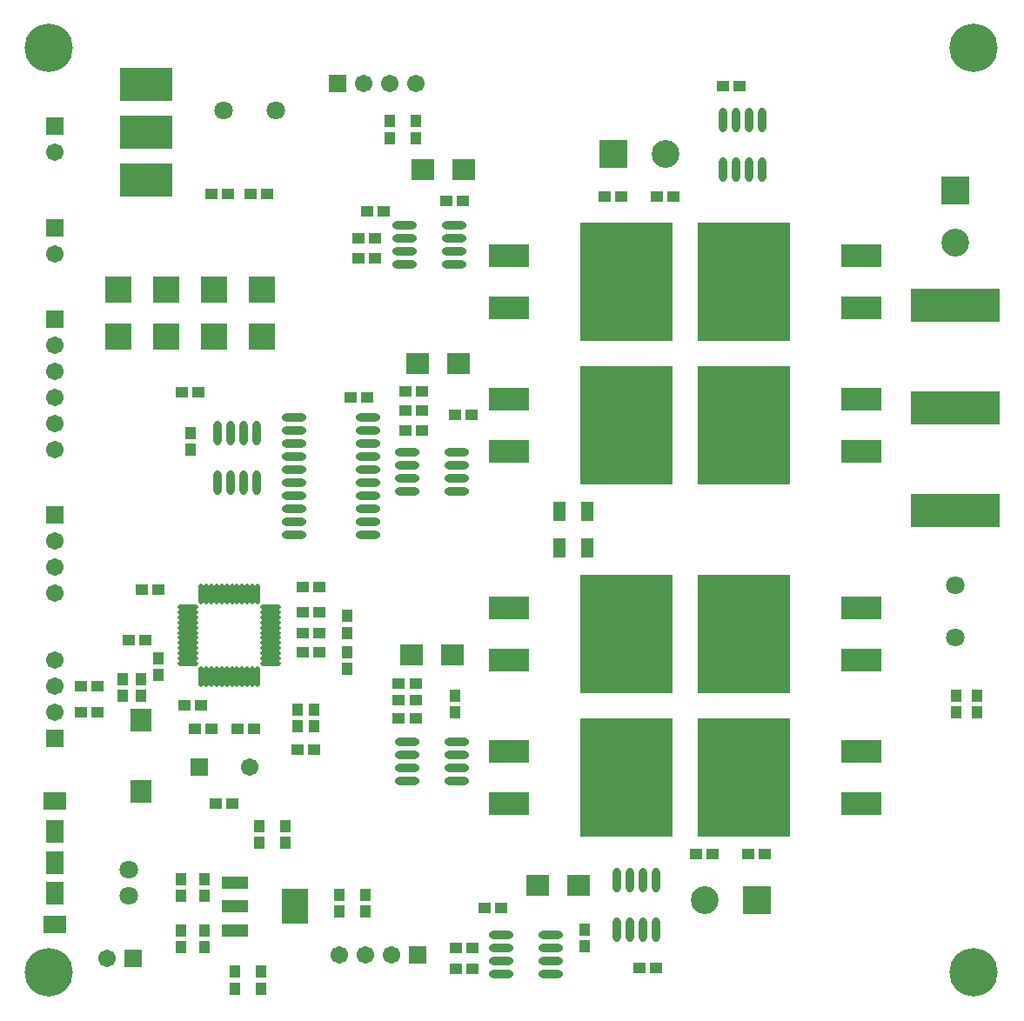
<source format=gts>
G04*
G04 #@! TF.GenerationSoftware,Altium Limited,Altium Designer,18.1.9 (240)*
G04*
G04 Layer_Color=8388736*
%FSLAX25Y25*%
%MOIN*%
G70*
G01*
G75*
%ADD34R,0.04000X0.04500*%
%ADD35R,0.04500X0.04000*%
%ADD36R,0.08674X0.07887*%
%ADD37O,0.09461X0.03162*%
%ADD38O,0.03162X0.09461*%
%ADD39R,0.15800X0.09000*%
%ADD40R,0.35800X0.45800*%
%ADD41R,0.07887X0.08674*%
%ADD42R,0.10249X0.13792*%
%ADD43R,0.10249X0.04737*%
%ADD44R,0.05131X0.07493*%
%ADD45R,0.09855X0.09855*%
%ADD46O,0.09453X0.03162*%
%ADD47O,0.07887X0.01981*%
%ADD48O,0.01981X0.07887*%
%ADD49R,0.10642X0.10642*%
%ADD50C,0.10642*%
%ADD51R,0.06706X0.06706*%
%ADD52C,0.06706*%
%ADD53R,0.07099X0.08674*%
%ADD54R,0.08674X0.06800*%
%ADD55R,0.06706X0.06706*%
%ADD56C,0.07099*%
%ADD57R,0.06706X0.06706*%
%ADD58C,0.06706*%
%ADD59R,0.34265X0.12611*%
%ADD60R,0.34265X0.12611*%
%ADD61R,0.10642X0.10642*%
%ADD62C,0.18517*%
%ADD63R,0.20485X0.12611*%
D34*
X131000Y43000D02*
D03*
Y49400D02*
D03*
X160500Y346000D02*
D03*
Y339600D02*
D03*
X150500Y346000D02*
D03*
Y339600D02*
D03*
X375500Y119300D02*
D03*
Y125700D02*
D03*
X367500Y119300D02*
D03*
Y125700D02*
D03*
X225000Y36200D02*
D03*
Y29800D02*
D03*
X70500Y29494D02*
D03*
Y35894D02*
D03*
X79500Y29494D02*
D03*
Y35894D02*
D03*
X61836Y140087D02*
D03*
Y133687D02*
D03*
X55000Y132187D02*
D03*
Y125787D02*
D03*
X48000Y132187D02*
D03*
Y125787D02*
D03*
X121400Y120400D02*
D03*
Y114000D02*
D03*
X115000Y120400D02*
D03*
Y114000D02*
D03*
X110392Y75900D02*
D03*
Y69500D02*
D03*
X100392Y75900D02*
D03*
Y69500D02*
D03*
X91000Y13600D02*
D03*
Y20000D02*
D03*
X101000Y13600D02*
D03*
Y20000D02*
D03*
X175500Y125700D02*
D03*
Y119300D02*
D03*
X134000Y142429D02*
D03*
Y136029D02*
D03*
Y149929D02*
D03*
Y156329D02*
D03*
X74000Y226449D02*
D03*
Y220049D02*
D03*
X79500Y49000D02*
D03*
Y55400D02*
D03*
X70500Y49000D02*
D03*
Y55400D02*
D03*
X141000Y49400D02*
D03*
Y43000D02*
D03*
D35*
X71600Y122000D02*
D03*
X78000D02*
D03*
X97000Y318000D02*
D03*
X103400D02*
D03*
X117000Y149929D02*
D03*
X123400D02*
D03*
X117000Y157803D02*
D03*
X123400D02*
D03*
X135500Y240000D02*
D03*
X141900D02*
D03*
X156351Y235000D02*
D03*
X162751D02*
D03*
X156351Y227500D02*
D03*
X162751D02*
D03*
X156351Y242500D02*
D03*
X162751D02*
D03*
X175249Y233500D02*
D03*
X181649D02*
D03*
X141800Y311500D02*
D03*
X148200D02*
D03*
X138300Y301000D02*
D03*
X144700D02*
D03*
X138300Y293500D02*
D03*
X144700D02*
D03*
X172049Y315500D02*
D03*
X178449D02*
D03*
X287800Y65000D02*
D03*
X294200D02*
D03*
X274200D02*
D03*
X267800D02*
D03*
X246100Y21500D02*
D03*
X252500D02*
D03*
X175600Y21000D02*
D03*
X182000D02*
D03*
X55436Y166500D02*
D03*
X61836D02*
D03*
X38400Y129500D02*
D03*
X32000D02*
D03*
X38400Y119500D02*
D03*
X32000D02*
D03*
X115000Y105000D02*
D03*
X121400D02*
D03*
X92000Y113000D02*
D03*
X98400D02*
D03*
X82000D02*
D03*
X75600D02*
D03*
X90200Y84500D02*
D03*
X83800D02*
D03*
X153851Y117000D02*
D03*
X160251D02*
D03*
X153851Y124000D02*
D03*
X160251D02*
D03*
X153851Y130500D02*
D03*
X160251D02*
D03*
X117000Y142429D02*
D03*
X123400D02*
D03*
X259200Y317000D02*
D03*
X252800D02*
D03*
X193051Y44500D02*
D03*
X186651D02*
D03*
X182000Y29000D02*
D03*
X175600D02*
D03*
X82000Y318000D02*
D03*
X88400D02*
D03*
X70800Y242000D02*
D03*
X77200D02*
D03*
X232800Y317000D02*
D03*
X239200D02*
D03*
X56700Y147000D02*
D03*
X50300D02*
D03*
X278000Y359500D02*
D03*
X284400D02*
D03*
X117000Y167500D02*
D03*
X123400D02*
D03*
D36*
X161126Y253000D02*
D03*
X176874D02*
D03*
X163126Y327500D02*
D03*
X178874D02*
D03*
X222748Y53000D02*
D03*
X207000D02*
D03*
X174374Y141555D02*
D03*
X158626D02*
D03*
D37*
X174949Y291000D02*
D03*
Y296000D02*
D03*
Y301000D02*
D03*
Y306000D02*
D03*
X156051Y291000D02*
D03*
Y296000D02*
D03*
Y301000D02*
D03*
Y306000D02*
D03*
X211949Y19000D02*
D03*
Y24000D02*
D03*
Y29000D02*
D03*
Y34000D02*
D03*
X193051Y19000D02*
D03*
Y24000D02*
D03*
Y29000D02*
D03*
Y34000D02*
D03*
X175949Y93000D02*
D03*
Y98000D02*
D03*
Y103000D02*
D03*
Y108000D02*
D03*
X157051Y93000D02*
D03*
Y98000D02*
D03*
Y103000D02*
D03*
Y108000D02*
D03*
X175949Y204000D02*
D03*
Y209000D02*
D03*
Y214000D02*
D03*
Y219000D02*
D03*
X157051Y204000D02*
D03*
Y209000D02*
D03*
Y214000D02*
D03*
Y219000D02*
D03*
D38*
X293000Y346398D02*
D03*
X288000D02*
D03*
X283000D02*
D03*
X278000D02*
D03*
X293000Y327500D02*
D03*
X288000D02*
D03*
X283000D02*
D03*
X278000D02*
D03*
X99405Y226449D02*
D03*
X94406D02*
D03*
X89406D02*
D03*
X84405D02*
D03*
X99405Y207551D02*
D03*
X94406D02*
D03*
X89406D02*
D03*
X84405D02*
D03*
X237500Y36102D02*
D03*
X242500D02*
D03*
X247500D02*
D03*
X252500D02*
D03*
X237500Y55000D02*
D03*
X242500D02*
D03*
X247500D02*
D03*
X252500D02*
D03*
D39*
X196000Y274500D02*
D03*
Y294500D02*
D03*
X331000D02*
D03*
Y274500D02*
D03*
X196000Y219500D02*
D03*
Y239500D02*
D03*
X331000D02*
D03*
Y219500D02*
D03*
X196000Y84500D02*
D03*
Y104500D02*
D03*
X331000D02*
D03*
Y84500D02*
D03*
X196000Y139500D02*
D03*
Y159500D02*
D03*
X331000Y139500D02*
D03*
Y159500D02*
D03*
D40*
X241000Y284500D02*
D03*
X286000D02*
D03*
X241000Y229500D02*
D03*
X286000D02*
D03*
X241000Y94500D02*
D03*
X286000D02*
D03*
X241000Y149500D02*
D03*
X286000D02*
D03*
D41*
X55000Y116500D02*
D03*
Y88941D02*
D03*
D42*
X113917Y44949D02*
D03*
D43*
X91083Y35894D02*
D03*
Y44949D02*
D03*
Y54004D02*
D03*
D44*
X215370Y182500D02*
D03*
X226000D02*
D03*
X215370Y196500D02*
D03*
X226000D02*
D03*
D45*
X46500Y263592D02*
D03*
Y281309D02*
D03*
X101500Y263592D02*
D03*
Y281309D02*
D03*
X64833Y263592D02*
D03*
Y281309D02*
D03*
X83167Y263592D02*
D03*
Y281309D02*
D03*
D46*
X142173Y232500D02*
D03*
Y227500D02*
D03*
Y222500D02*
D03*
Y217500D02*
D03*
Y212500D02*
D03*
Y207500D02*
D03*
Y202500D02*
D03*
Y197500D02*
D03*
X113827D02*
D03*
Y202500D02*
D03*
Y207500D02*
D03*
Y212500D02*
D03*
Y217500D02*
D03*
Y222500D02*
D03*
Y227500D02*
D03*
Y232500D02*
D03*
Y192500D02*
D03*
Y187500D02*
D03*
X142173D02*
D03*
Y192500D02*
D03*
D47*
X73008Y138118D02*
D03*
Y140087D02*
D03*
Y142055D02*
D03*
Y144024D02*
D03*
Y145992D02*
D03*
Y147961D02*
D03*
Y149929D02*
D03*
Y151898D02*
D03*
Y153866D02*
D03*
Y155835D02*
D03*
Y157803D02*
D03*
Y159772D02*
D03*
X104898D02*
D03*
Y157803D02*
D03*
Y155835D02*
D03*
Y153866D02*
D03*
Y151898D02*
D03*
Y149929D02*
D03*
Y147961D02*
D03*
Y145992D02*
D03*
Y144024D02*
D03*
Y142055D02*
D03*
Y140087D02*
D03*
Y138118D02*
D03*
D48*
X78126Y164890D02*
D03*
X80094D02*
D03*
X82063D02*
D03*
X84031D02*
D03*
X86000D02*
D03*
X87968D02*
D03*
X89937D02*
D03*
X91905D02*
D03*
X93874D02*
D03*
X95842D02*
D03*
X97811D02*
D03*
X99779D02*
D03*
Y133000D02*
D03*
X97811D02*
D03*
X95842D02*
D03*
X93874D02*
D03*
X91905D02*
D03*
X89937D02*
D03*
X87968D02*
D03*
X86000D02*
D03*
X84031D02*
D03*
X82063D02*
D03*
X80094D02*
D03*
X78126D02*
D03*
D49*
X236000Y333500D02*
D03*
X291000Y47500D02*
D03*
D50*
X256000Y333500D02*
D03*
X271000Y47500D02*
D03*
X367000Y299500D02*
D03*
D51*
X130500Y360500D02*
D03*
X161000Y26500D02*
D03*
X52000Y25000D02*
D03*
D52*
X140500Y360500D02*
D03*
X150500D02*
D03*
X160500D02*
D03*
X22000Y295000D02*
D03*
X151000Y26500D02*
D03*
X141000D02*
D03*
X131000D02*
D03*
X42000Y25000D02*
D03*
X22000Y334000D02*
D03*
Y139500D02*
D03*
Y129500D02*
D03*
Y119500D02*
D03*
Y165000D02*
D03*
Y175000D02*
D03*
Y185000D02*
D03*
Y260000D02*
D03*
Y250000D02*
D03*
Y240000D02*
D03*
Y230000D02*
D03*
Y220000D02*
D03*
D53*
Y73622D02*
D03*
Y61811D02*
D03*
Y50000D02*
D03*
D54*
Y38189D02*
D03*
Y85433D02*
D03*
D55*
Y305000D02*
D03*
Y344000D02*
D03*
Y109500D02*
D03*
Y195000D02*
D03*
Y270000D02*
D03*
D56*
X367000Y148000D02*
D03*
Y168000D02*
D03*
X50500Y59000D02*
D03*
Y49000D02*
D03*
X86600Y350000D02*
D03*
X106600D02*
D03*
D57*
X77400Y98500D02*
D03*
D58*
X96600Y98500D02*
D03*
D59*
X367000Y196630D02*
D03*
D60*
Y236000D02*
D03*
Y275370D02*
D03*
D61*
X367000Y319500D02*
D03*
D62*
X19685Y374016D02*
D03*
X374016D02*
D03*
Y19685D02*
D03*
X19685Y19685D02*
D03*
D63*
X57000Y323500D02*
D03*
Y341700D02*
D03*
Y360000D02*
D03*
M02*

</source>
